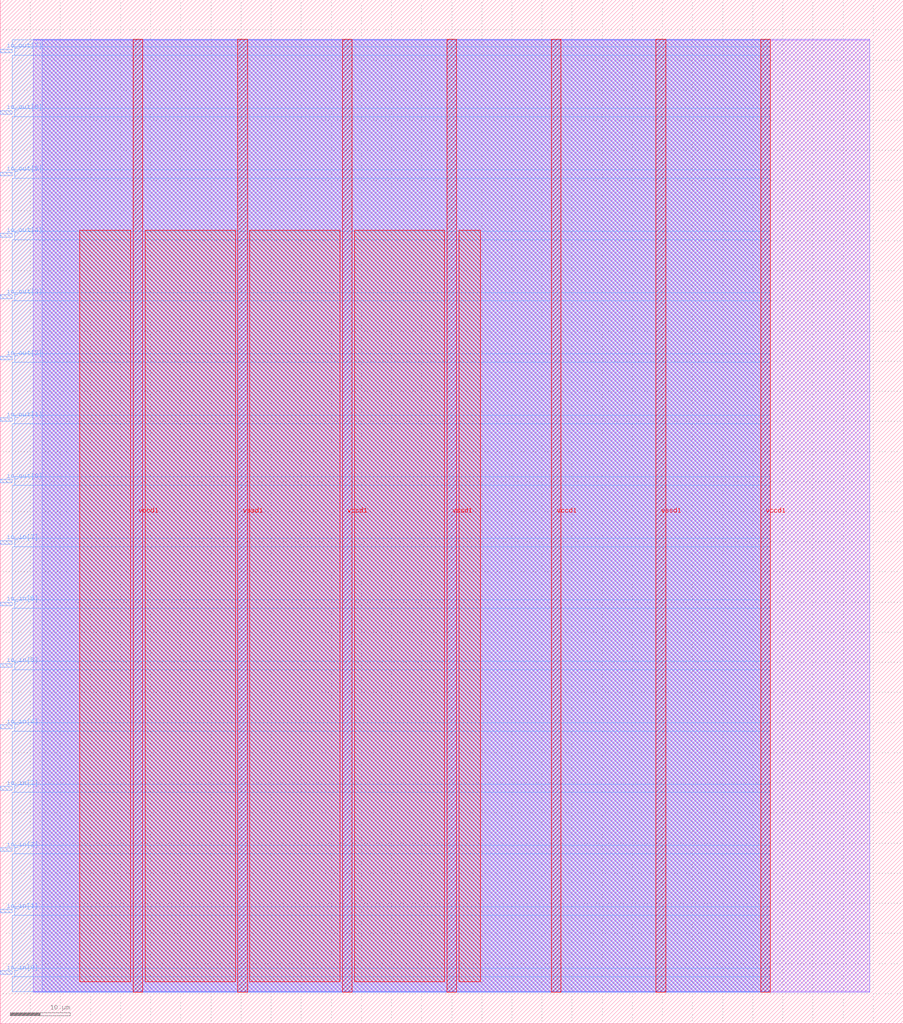
<source format=lef>
VERSION 5.7 ;
  NOWIREEXTENSIONATPIN ON ;
  DIVIDERCHAR "/" ;
  BUSBITCHARS "[]" ;
MACRO jar_sram_top
  CLASS BLOCK ;
  FOREIGN jar_sram_top ;
  ORIGIN 0.000 0.000 ;
  SIZE 150.000 BY 170.000 ;
  PIN io_in[0]
    DIRECTION INPUT ;
    USE SIGNAL ;
    PORT
      LAYER met3 ;
        RECT 0.000 8.200 2.000 8.800 ;
    END
  END io_in[0]
  PIN io_in[1]
    DIRECTION INPUT ;
    USE SIGNAL ;
    PORT
      LAYER met3 ;
        RECT 0.000 18.400 2.000 19.000 ;
    END
  END io_in[1]
  PIN io_in[2]
    DIRECTION INPUT ;
    USE SIGNAL ;
    PORT
      LAYER met3 ;
        RECT 0.000 28.600 2.000 29.200 ;
    END
  END io_in[2]
  PIN io_in[3]
    DIRECTION INPUT ;
    USE SIGNAL ;
    PORT
      LAYER met3 ;
        RECT 0.000 38.800 2.000 39.400 ;
    END
  END io_in[3]
  PIN io_in[4]
    DIRECTION INPUT ;
    USE SIGNAL ;
    PORT
      LAYER met3 ;
        RECT 0.000 49.000 2.000 49.600 ;
    END
  END io_in[4]
  PIN io_in[5]
    DIRECTION INPUT ;
    USE SIGNAL ;
    PORT
      LAYER met3 ;
        RECT 0.000 59.200 2.000 59.800 ;
    END
  END io_in[5]
  PIN io_in[6]
    DIRECTION INPUT ;
    USE SIGNAL ;
    PORT
      LAYER met3 ;
        RECT 0.000 69.400 2.000 70.000 ;
    END
  END io_in[6]
  PIN io_in[7]
    DIRECTION INPUT ;
    USE SIGNAL ;
    PORT
      LAYER met3 ;
        RECT 0.000 79.600 2.000 80.200 ;
    END
  END io_in[7]
  PIN io_out[0]
    DIRECTION OUTPUT TRISTATE ;
    USE SIGNAL ;
    PORT
      LAYER met3 ;
        RECT 0.000 89.800 2.000 90.400 ;
    END
  END io_out[0]
  PIN io_out[1]
    DIRECTION OUTPUT TRISTATE ;
    USE SIGNAL ;
    PORT
      LAYER met3 ;
        RECT 0.000 100.000 2.000 100.600 ;
    END
  END io_out[1]
  PIN io_out[2]
    DIRECTION OUTPUT TRISTATE ;
    USE SIGNAL ;
    PORT
      LAYER met3 ;
        RECT 0.000 110.200 2.000 110.800 ;
    END
  END io_out[2]
  PIN io_out[3]
    DIRECTION OUTPUT TRISTATE ;
    USE SIGNAL ;
    PORT
      LAYER met3 ;
        RECT 0.000 120.400 2.000 121.000 ;
    END
  END io_out[3]
  PIN io_out[4]
    DIRECTION OUTPUT TRISTATE ;
    USE SIGNAL ;
    PORT
      LAYER met3 ;
        RECT 0.000 130.600 2.000 131.200 ;
    END
  END io_out[4]
  PIN io_out[5]
    DIRECTION OUTPUT TRISTATE ;
    USE SIGNAL ;
    PORT
      LAYER met3 ;
        RECT 0.000 140.800 2.000 141.400 ;
    END
  END io_out[5]
  PIN io_out[6]
    DIRECTION OUTPUT TRISTATE ;
    USE SIGNAL ;
    PORT
      LAYER met3 ;
        RECT 0.000 151.000 2.000 151.600 ;
    END
  END io_out[6]
  PIN io_out[7]
    DIRECTION OUTPUT TRISTATE ;
    USE SIGNAL ;
    PORT
      LAYER met3 ;
        RECT 0.000 161.200 2.000 161.800 ;
    END
  END io_out[7]
  PIN vccd1
    DIRECTION INOUT ;
    USE POWER ;
    PORT
      LAYER met4 ;
        RECT 22.090 5.200 23.690 163.440 ;
    END
    PORT
      LAYER met4 ;
        RECT 56.830 5.200 58.430 163.440 ;
    END
    PORT
      LAYER met4 ;
        RECT 91.570 5.200 93.170 163.440 ;
    END
    PORT
      LAYER met4 ;
        RECT 126.310 5.200 127.910 163.440 ;
    END
  END vccd1
  PIN vssd1
    DIRECTION INOUT ;
    USE GROUND ;
    PORT
      LAYER met4 ;
        RECT 39.460 5.200 41.060 163.440 ;
    END
    PORT
      LAYER met4 ;
        RECT 74.200 5.200 75.800 163.440 ;
    END
    PORT
      LAYER met4 ;
        RECT 108.940 5.200 110.540 163.440 ;
    END
  END vssd1
  OBS
      LAYER li1 ;
        RECT 5.520 5.355 144.440 163.285 ;
      LAYER met1 ;
        RECT 5.520 5.200 144.440 163.440 ;
      LAYER met2 ;
        RECT 6.990 5.255 127.880 163.385 ;
      LAYER met3 ;
        RECT 2.000 162.200 127.900 163.365 ;
        RECT 2.400 160.800 127.900 162.200 ;
        RECT 2.000 152.000 127.900 160.800 ;
        RECT 2.400 150.600 127.900 152.000 ;
        RECT 2.000 141.800 127.900 150.600 ;
        RECT 2.400 140.400 127.900 141.800 ;
        RECT 2.000 131.600 127.900 140.400 ;
        RECT 2.400 130.200 127.900 131.600 ;
        RECT 2.000 121.400 127.900 130.200 ;
        RECT 2.400 120.000 127.900 121.400 ;
        RECT 2.000 111.200 127.900 120.000 ;
        RECT 2.400 109.800 127.900 111.200 ;
        RECT 2.000 101.000 127.900 109.800 ;
        RECT 2.400 99.600 127.900 101.000 ;
        RECT 2.000 90.800 127.900 99.600 ;
        RECT 2.400 89.400 127.900 90.800 ;
        RECT 2.000 80.600 127.900 89.400 ;
        RECT 2.400 79.200 127.900 80.600 ;
        RECT 2.000 70.400 127.900 79.200 ;
        RECT 2.400 69.000 127.900 70.400 ;
        RECT 2.000 60.200 127.900 69.000 ;
        RECT 2.400 58.800 127.900 60.200 ;
        RECT 2.000 50.000 127.900 58.800 ;
        RECT 2.400 48.600 127.900 50.000 ;
        RECT 2.000 39.800 127.900 48.600 ;
        RECT 2.400 38.400 127.900 39.800 ;
        RECT 2.000 29.600 127.900 38.400 ;
        RECT 2.400 28.200 127.900 29.600 ;
        RECT 2.000 19.400 127.900 28.200 ;
        RECT 2.400 18.000 127.900 19.400 ;
        RECT 2.000 9.200 127.900 18.000 ;
        RECT 2.400 7.800 127.900 9.200 ;
        RECT 2.000 5.275 127.900 7.800 ;
      LAYER met4 ;
        RECT 13.175 6.975 21.690 131.745 ;
        RECT 24.090 6.975 39.060 131.745 ;
        RECT 41.460 6.975 56.430 131.745 ;
        RECT 58.830 6.975 73.800 131.745 ;
        RECT 76.200 6.975 79.745 131.745 ;
  END
END jar_sram_top
END LIBRARY


</source>
